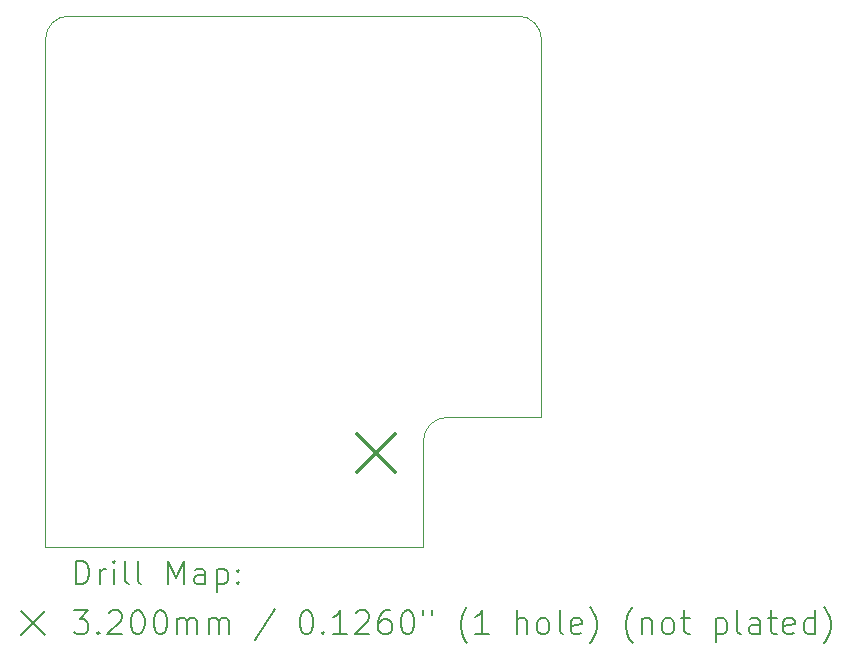
<source format=gbr>
%TF.GenerationSoftware,KiCad,Pcbnew,7.0.7-7.0.7~ubuntu22.04.1*%
%TF.CreationDate,2023-09-11T18:29:08+01:00*%
%TF.ProjectId,Blinder,426c696e-6465-4722-9e6b-696361645f70,rev?*%
%TF.SameCoordinates,Original*%
%TF.FileFunction,Drillmap*%
%TF.FilePolarity,Positive*%
%FSLAX45Y45*%
G04 Gerber Fmt 4.5, Leading zero omitted, Abs format (unit mm)*
G04 Created by KiCad (PCBNEW 7.0.7-7.0.7~ubuntu22.04.1) date 2023-09-11 18:29:08*
%MOMM*%
%LPD*%
G01*
G04 APERTURE LIST*
%ADD10C,0.050000*%
%ADD11C,0.200000*%
%ADD12C,0.320000*%
G04 APERTURE END LIST*
D10*
X6600000Y-5500000D02*
X6600000Y-6300000D01*
X6800000Y-5300000D02*
G75*
G03*
X6600000Y-5500000I0J-200000D01*
G01*
X7600000Y-2100000D02*
G75*
G03*
X7400000Y-1900000I-200000J0D01*
G01*
X7600000Y-2100000D02*
X7600000Y-5300000D01*
X6600000Y-6400000D02*
X6600000Y-6300000D01*
X3400000Y-6400000D02*
X6600000Y-6400000D01*
X3400000Y-6300000D02*
X3400000Y-6400000D01*
X3400000Y-6100000D02*
X3400000Y-6300000D01*
X3400000Y-2100000D02*
X3400000Y-6100000D01*
X3600000Y-1900000D02*
G75*
G03*
X3400000Y-2100000I0J-200000D01*
G01*
X7600000Y-5300000D02*
X6800000Y-5300000D01*
X3600000Y-1900000D02*
X7400000Y-1900000D01*
D11*
D12*
X6040000Y-5440000D02*
X6360000Y-5760000D01*
X6360000Y-5440000D02*
X6040000Y-5760000D01*
D11*
X3658277Y-6713984D02*
X3658277Y-6513984D01*
X3658277Y-6513984D02*
X3705896Y-6513984D01*
X3705896Y-6513984D02*
X3734467Y-6523508D01*
X3734467Y-6523508D02*
X3753515Y-6542555D01*
X3753515Y-6542555D02*
X3763039Y-6561603D01*
X3763039Y-6561603D02*
X3772562Y-6599698D01*
X3772562Y-6599698D02*
X3772562Y-6628269D01*
X3772562Y-6628269D02*
X3763039Y-6666365D01*
X3763039Y-6666365D02*
X3753515Y-6685412D01*
X3753515Y-6685412D02*
X3734467Y-6704460D01*
X3734467Y-6704460D02*
X3705896Y-6713984D01*
X3705896Y-6713984D02*
X3658277Y-6713984D01*
X3858277Y-6713984D02*
X3858277Y-6580650D01*
X3858277Y-6618746D02*
X3867801Y-6599698D01*
X3867801Y-6599698D02*
X3877324Y-6590174D01*
X3877324Y-6590174D02*
X3896372Y-6580650D01*
X3896372Y-6580650D02*
X3915420Y-6580650D01*
X3982086Y-6713984D02*
X3982086Y-6580650D01*
X3982086Y-6513984D02*
X3972562Y-6523508D01*
X3972562Y-6523508D02*
X3982086Y-6533031D01*
X3982086Y-6533031D02*
X3991610Y-6523508D01*
X3991610Y-6523508D02*
X3982086Y-6513984D01*
X3982086Y-6513984D02*
X3982086Y-6533031D01*
X4105896Y-6713984D02*
X4086848Y-6704460D01*
X4086848Y-6704460D02*
X4077324Y-6685412D01*
X4077324Y-6685412D02*
X4077324Y-6513984D01*
X4210658Y-6713984D02*
X4191610Y-6704460D01*
X4191610Y-6704460D02*
X4182086Y-6685412D01*
X4182086Y-6685412D02*
X4182086Y-6513984D01*
X4439229Y-6713984D02*
X4439229Y-6513984D01*
X4439229Y-6513984D02*
X4505896Y-6656841D01*
X4505896Y-6656841D02*
X4572563Y-6513984D01*
X4572563Y-6513984D02*
X4572563Y-6713984D01*
X4753515Y-6713984D02*
X4753515Y-6609222D01*
X4753515Y-6609222D02*
X4743991Y-6590174D01*
X4743991Y-6590174D02*
X4724944Y-6580650D01*
X4724944Y-6580650D02*
X4686848Y-6580650D01*
X4686848Y-6580650D02*
X4667801Y-6590174D01*
X4753515Y-6704460D02*
X4734467Y-6713984D01*
X4734467Y-6713984D02*
X4686848Y-6713984D01*
X4686848Y-6713984D02*
X4667801Y-6704460D01*
X4667801Y-6704460D02*
X4658277Y-6685412D01*
X4658277Y-6685412D02*
X4658277Y-6666365D01*
X4658277Y-6666365D02*
X4667801Y-6647317D01*
X4667801Y-6647317D02*
X4686848Y-6637793D01*
X4686848Y-6637793D02*
X4734467Y-6637793D01*
X4734467Y-6637793D02*
X4753515Y-6628269D01*
X4848753Y-6580650D02*
X4848753Y-6780650D01*
X4848753Y-6590174D02*
X4867801Y-6580650D01*
X4867801Y-6580650D02*
X4905896Y-6580650D01*
X4905896Y-6580650D02*
X4924944Y-6590174D01*
X4924944Y-6590174D02*
X4934467Y-6599698D01*
X4934467Y-6599698D02*
X4943991Y-6618746D01*
X4943991Y-6618746D02*
X4943991Y-6675888D01*
X4943991Y-6675888D02*
X4934467Y-6694936D01*
X4934467Y-6694936D02*
X4924944Y-6704460D01*
X4924944Y-6704460D02*
X4905896Y-6713984D01*
X4905896Y-6713984D02*
X4867801Y-6713984D01*
X4867801Y-6713984D02*
X4848753Y-6704460D01*
X5029705Y-6694936D02*
X5039229Y-6704460D01*
X5039229Y-6704460D02*
X5029705Y-6713984D01*
X5029705Y-6713984D02*
X5020182Y-6704460D01*
X5020182Y-6704460D02*
X5029705Y-6694936D01*
X5029705Y-6694936D02*
X5029705Y-6713984D01*
X5029705Y-6590174D02*
X5039229Y-6599698D01*
X5039229Y-6599698D02*
X5029705Y-6609222D01*
X5029705Y-6609222D02*
X5020182Y-6599698D01*
X5020182Y-6599698D02*
X5029705Y-6590174D01*
X5029705Y-6590174D02*
X5029705Y-6609222D01*
X3197500Y-6942500D02*
X3397500Y-7142500D01*
X3397500Y-6942500D02*
X3197500Y-7142500D01*
X3639229Y-6933984D02*
X3763039Y-6933984D01*
X3763039Y-6933984D02*
X3696372Y-7010174D01*
X3696372Y-7010174D02*
X3724943Y-7010174D01*
X3724943Y-7010174D02*
X3743991Y-7019698D01*
X3743991Y-7019698D02*
X3753515Y-7029222D01*
X3753515Y-7029222D02*
X3763039Y-7048269D01*
X3763039Y-7048269D02*
X3763039Y-7095888D01*
X3763039Y-7095888D02*
X3753515Y-7114936D01*
X3753515Y-7114936D02*
X3743991Y-7124460D01*
X3743991Y-7124460D02*
X3724943Y-7133984D01*
X3724943Y-7133984D02*
X3667801Y-7133984D01*
X3667801Y-7133984D02*
X3648753Y-7124460D01*
X3648753Y-7124460D02*
X3639229Y-7114936D01*
X3848753Y-7114936D02*
X3858277Y-7124460D01*
X3858277Y-7124460D02*
X3848753Y-7133984D01*
X3848753Y-7133984D02*
X3839229Y-7124460D01*
X3839229Y-7124460D02*
X3848753Y-7114936D01*
X3848753Y-7114936D02*
X3848753Y-7133984D01*
X3934467Y-6953031D02*
X3943991Y-6943508D01*
X3943991Y-6943508D02*
X3963039Y-6933984D01*
X3963039Y-6933984D02*
X4010658Y-6933984D01*
X4010658Y-6933984D02*
X4029705Y-6943508D01*
X4029705Y-6943508D02*
X4039229Y-6953031D01*
X4039229Y-6953031D02*
X4048753Y-6972079D01*
X4048753Y-6972079D02*
X4048753Y-6991127D01*
X4048753Y-6991127D02*
X4039229Y-7019698D01*
X4039229Y-7019698D02*
X3924943Y-7133984D01*
X3924943Y-7133984D02*
X4048753Y-7133984D01*
X4172562Y-6933984D02*
X4191610Y-6933984D01*
X4191610Y-6933984D02*
X4210658Y-6943508D01*
X4210658Y-6943508D02*
X4220182Y-6953031D01*
X4220182Y-6953031D02*
X4229705Y-6972079D01*
X4229705Y-6972079D02*
X4239229Y-7010174D01*
X4239229Y-7010174D02*
X4239229Y-7057793D01*
X4239229Y-7057793D02*
X4229705Y-7095888D01*
X4229705Y-7095888D02*
X4220182Y-7114936D01*
X4220182Y-7114936D02*
X4210658Y-7124460D01*
X4210658Y-7124460D02*
X4191610Y-7133984D01*
X4191610Y-7133984D02*
X4172562Y-7133984D01*
X4172562Y-7133984D02*
X4153515Y-7124460D01*
X4153515Y-7124460D02*
X4143991Y-7114936D01*
X4143991Y-7114936D02*
X4134467Y-7095888D01*
X4134467Y-7095888D02*
X4124943Y-7057793D01*
X4124943Y-7057793D02*
X4124943Y-7010174D01*
X4124943Y-7010174D02*
X4134467Y-6972079D01*
X4134467Y-6972079D02*
X4143991Y-6953031D01*
X4143991Y-6953031D02*
X4153515Y-6943508D01*
X4153515Y-6943508D02*
X4172562Y-6933984D01*
X4363039Y-6933984D02*
X4382086Y-6933984D01*
X4382086Y-6933984D02*
X4401134Y-6943508D01*
X4401134Y-6943508D02*
X4410658Y-6953031D01*
X4410658Y-6953031D02*
X4420182Y-6972079D01*
X4420182Y-6972079D02*
X4429705Y-7010174D01*
X4429705Y-7010174D02*
X4429705Y-7057793D01*
X4429705Y-7057793D02*
X4420182Y-7095888D01*
X4420182Y-7095888D02*
X4410658Y-7114936D01*
X4410658Y-7114936D02*
X4401134Y-7124460D01*
X4401134Y-7124460D02*
X4382086Y-7133984D01*
X4382086Y-7133984D02*
X4363039Y-7133984D01*
X4363039Y-7133984D02*
X4343991Y-7124460D01*
X4343991Y-7124460D02*
X4334467Y-7114936D01*
X4334467Y-7114936D02*
X4324944Y-7095888D01*
X4324944Y-7095888D02*
X4315420Y-7057793D01*
X4315420Y-7057793D02*
X4315420Y-7010174D01*
X4315420Y-7010174D02*
X4324944Y-6972079D01*
X4324944Y-6972079D02*
X4334467Y-6953031D01*
X4334467Y-6953031D02*
X4343991Y-6943508D01*
X4343991Y-6943508D02*
X4363039Y-6933984D01*
X4515420Y-7133984D02*
X4515420Y-7000650D01*
X4515420Y-7019698D02*
X4524944Y-7010174D01*
X4524944Y-7010174D02*
X4543991Y-7000650D01*
X4543991Y-7000650D02*
X4572563Y-7000650D01*
X4572563Y-7000650D02*
X4591610Y-7010174D01*
X4591610Y-7010174D02*
X4601134Y-7029222D01*
X4601134Y-7029222D02*
X4601134Y-7133984D01*
X4601134Y-7029222D02*
X4610658Y-7010174D01*
X4610658Y-7010174D02*
X4629705Y-7000650D01*
X4629705Y-7000650D02*
X4658277Y-7000650D01*
X4658277Y-7000650D02*
X4677325Y-7010174D01*
X4677325Y-7010174D02*
X4686848Y-7029222D01*
X4686848Y-7029222D02*
X4686848Y-7133984D01*
X4782086Y-7133984D02*
X4782086Y-7000650D01*
X4782086Y-7019698D02*
X4791610Y-7010174D01*
X4791610Y-7010174D02*
X4810658Y-7000650D01*
X4810658Y-7000650D02*
X4839229Y-7000650D01*
X4839229Y-7000650D02*
X4858277Y-7010174D01*
X4858277Y-7010174D02*
X4867801Y-7029222D01*
X4867801Y-7029222D02*
X4867801Y-7133984D01*
X4867801Y-7029222D02*
X4877325Y-7010174D01*
X4877325Y-7010174D02*
X4896372Y-7000650D01*
X4896372Y-7000650D02*
X4924944Y-7000650D01*
X4924944Y-7000650D02*
X4943991Y-7010174D01*
X4943991Y-7010174D02*
X4953515Y-7029222D01*
X4953515Y-7029222D02*
X4953515Y-7133984D01*
X5343991Y-6924460D02*
X5172563Y-7181603D01*
X5601134Y-6933984D02*
X5620182Y-6933984D01*
X5620182Y-6933984D02*
X5639229Y-6943508D01*
X5639229Y-6943508D02*
X5648753Y-6953031D01*
X5648753Y-6953031D02*
X5658277Y-6972079D01*
X5658277Y-6972079D02*
X5667801Y-7010174D01*
X5667801Y-7010174D02*
X5667801Y-7057793D01*
X5667801Y-7057793D02*
X5658277Y-7095888D01*
X5658277Y-7095888D02*
X5648753Y-7114936D01*
X5648753Y-7114936D02*
X5639229Y-7124460D01*
X5639229Y-7124460D02*
X5620182Y-7133984D01*
X5620182Y-7133984D02*
X5601134Y-7133984D01*
X5601134Y-7133984D02*
X5582087Y-7124460D01*
X5582087Y-7124460D02*
X5572563Y-7114936D01*
X5572563Y-7114936D02*
X5563039Y-7095888D01*
X5563039Y-7095888D02*
X5553515Y-7057793D01*
X5553515Y-7057793D02*
X5553515Y-7010174D01*
X5553515Y-7010174D02*
X5563039Y-6972079D01*
X5563039Y-6972079D02*
X5572563Y-6953031D01*
X5572563Y-6953031D02*
X5582087Y-6943508D01*
X5582087Y-6943508D02*
X5601134Y-6933984D01*
X5753515Y-7114936D02*
X5763039Y-7124460D01*
X5763039Y-7124460D02*
X5753515Y-7133984D01*
X5753515Y-7133984D02*
X5743991Y-7124460D01*
X5743991Y-7124460D02*
X5753515Y-7114936D01*
X5753515Y-7114936D02*
X5753515Y-7133984D01*
X5953515Y-7133984D02*
X5839229Y-7133984D01*
X5896372Y-7133984D02*
X5896372Y-6933984D01*
X5896372Y-6933984D02*
X5877325Y-6962555D01*
X5877325Y-6962555D02*
X5858277Y-6981603D01*
X5858277Y-6981603D02*
X5839229Y-6991127D01*
X6029706Y-6953031D02*
X6039229Y-6943508D01*
X6039229Y-6943508D02*
X6058277Y-6933984D01*
X6058277Y-6933984D02*
X6105896Y-6933984D01*
X6105896Y-6933984D02*
X6124944Y-6943508D01*
X6124944Y-6943508D02*
X6134467Y-6953031D01*
X6134467Y-6953031D02*
X6143991Y-6972079D01*
X6143991Y-6972079D02*
X6143991Y-6991127D01*
X6143991Y-6991127D02*
X6134467Y-7019698D01*
X6134467Y-7019698D02*
X6020182Y-7133984D01*
X6020182Y-7133984D02*
X6143991Y-7133984D01*
X6315420Y-6933984D02*
X6277325Y-6933984D01*
X6277325Y-6933984D02*
X6258277Y-6943508D01*
X6258277Y-6943508D02*
X6248753Y-6953031D01*
X6248753Y-6953031D02*
X6229706Y-6981603D01*
X6229706Y-6981603D02*
X6220182Y-7019698D01*
X6220182Y-7019698D02*
X6220182Y-7095888D01*
X6220182Y-7095888D02*
X6229706Y-7114936D01*
X6229706Y-7114936D02*
X6239229Y-7124460D01*
X6239229Y-7124460D02*
X6258277Y-7133984D01*
X6258277Y-7133984D02*
X6296372Y-7133984D01*
X6296372Y-7133984D02*
X6315420Y-7124460D01*
X6315420Y-7124460D02*
X6324944Y-7114936D01*
X6324944Y-7114936D02*
X6334467Y-7095888D01*
X6334467Y-7095888D02*
X6334467Y-7048269D01*
X6334467Y-7048269D02*
X6324944Y-7029222D01*
X6324944Y-7029222D02*
X6315420Y-7019698D01*
X6315420Y-7019698D02*
X6296372Y-7010174D01*
X6296372Y-7010174D02*
X6258277Y-7010174D01*
X6258277Y-7010174D02*
X6239229Y-7019698D01*
X6239229Y-7019698D02*
X6229706Y-7029222D01*
X6229706Y-7029222D02*
X6220182Y-7048269D01*
X6458277Y-6933984D02*
X6477325Y-6933984D01*
X6477325Y-6933984D02*
X6496372Y-6943508D01*
X6496372Y-6943508D02*
X6505896Y-6953031D01*
X6505896Y-6953031D02*
X6515420Y-6972079D01*
X6515420Y-6972079D02*
X6524944Y-7010174D01*
X6524944Y-7010174D02*
X6524944Y-7057793D01*
X6524944Y-7057793D02*
X6515420Y-7095888D01*
X6515420Y-7095888D02*
X6505896Y-7114936D01*
X6505896Y-7114936D02*
X6496372Y-7124460D01*
X6496372Y-7124460D02*
X6477325Y-7133984D01*
X6477325Y-7133984D02*
X6458277Y-7133984D01*
X6458277Y-7133984D02*
X6439229Y-7124460D01*
X6439229Y-7124460D02*
X6429706Y-7114936D01*
X6429706Y-7114936D02*
X6420182Y-7095888D01*
X6420182Y-7095888D02*
X6410658Y-7057793D01*
X6410658Y-7057793D02*
X6410658Y-7010174D01*
X6410658Y-7010174D02*
X6420182Y-6972079D01*
X6420182Y-6972079D02*
X6429706Y-6953031D01*
X6429706Y-6953031D02*
X6439229Y-6943508D01*
X6439229Y-6943508D02*
X6458277Y-6933984D01*
X6601134Y-6933984D02*
X6601134Y-6972079D01*
X6677325Y-6933984D02*
X6677325Y-6972079D01*
X6972563Y-7210174D02*
X6963039Y-7200650D01*
X6963039Y-7200650D02*
X6943991Y-7172079D01*
X6943991Y-7172079D02*
X6934468Y-7153031D01*
X6934468Y-7153031D02*
X6924944Y-7124460D01*
X6924944Y-7124460D02*
X6915420Y-7076841D01*
X6915420Y-7076841D02*
X6915420Y-7038746D01*
X6915420Y-7038746D02*
X6924944Y-6991127D01*
X6924944Y-6991127D02*
X6934468Y-6962555D01*
X6934468Y-6962555D02*
X6943991Y-6943508D01*
X6943991Y-6943508D02*
X6963039Y-6914936D01*
X6963039Y-6914936D02*
X6972563Y-6905412D01*
X7153515Y-7133984D02*
X7039229Y-7133984D01*
X7096372Y-7133984D02*
X7096372Y-6933984D01*
X7096372Y-6933984D02*
X7077325Y-6962555D01*
X7077325Y-6962555D02*
X7058277Y-6981603D01*
X7058277Y-6981603D02*
X7039229Y-6991127D01*
X7391610Y-7133984D02*
X7391610Y-6933984D01*
X7477325Y-7133984D02*
X7477325Y-7029222D01*
X7477325Y-7029222D02*
X7467801Y-7010174D01*
X7467801Y-7010174D02*
X7448753Y-7000650D01*
X7448753Y-7000650D02*
X7420182Y-7000650D01*
X7420182Y-7000650D02*
X7401134Y-7010174D01*
X7401134Y-7010174D02*
X7391610Y-7019698D01*
X7601134Y-7133984D02*
X7582087Y-7124460D01*
X7582087Y-7124460D02*
X7572563Y-7114936D01*
X7572563Y-7114936D02*
X7563039Y-7095888D01*
X7563039Y-7095888D02*
X7563039Y-7038746D01*
X7563039Y-7038746D02*
X7572563Y-7019698D01*
X7572563Y-7019698D02*
X7582087Y-7010174D01*
X7582087Y-7010174D02*
X7601134Y-7000650D01*
X7601134Y-7000650D02*
X7629706Y-7000650D01*
X7629706Y-7000650D02*
X7648753Y-7010174D01*
X7648753Y-7010174D02*
X7658277Y-7019698D01*
X7658277Y-7019698D02*
X7667801Y-7038746D01*
X7667801Y-7038746D02*
X7667801Y-7095888D01*
X7667801Y-7095888D02*
X7658277Y-7114936D01*
X7658277Y-7114936D02*
X7648753Y-7124460D01*
X7648753Y-7124460D02*
X7629706Y-7133984D01*
X7629706Y-7133984D02*
X7601134Y-7133984D01*
X7782087Y-7133984D02*
X7763039Y-7124460D01*
X7763039Y-7124460D02*
X7753515Y-7105412D01*
X7753515Y-7105412D02*
X7753515Y-6933984D01*
X7934468Y-7124460D02*
X7915420Y-7133984D01*
X7915420Y-7133984D02*
X7877325Y-7133984D01*
X7877325Y-7133984D02*
X7858277Y-7124460D01*
X7858277Y-7124460D02*
X7848753Y-7105412D01*
X7848753Y-7105412D02*
X7848753Y-7029222D01*
X7848753Y-7029222D02*
X7858277Y-7010174D01*
X7858277Y-7010174D02*
X7877325Y-7000650D01*
X7877325Y-7000650D02*
X7915420Y-7000650D01*
X7915420Y-7000650D02*
X7934468Y-7010174D01*
X7934468Y-7010174D02*
X7943991Y-7029222D01*
X7943991Y-7029222D02*
X7943991Y-7048269D01*
X7943991Y-7048269D02*
X7848753Y-7067317D01*
X8010658Y-7210174D02*
X8020182Y-7200650D01*
X8020182Y-7200650D02*
X8039230Y-7172079D01*
X8039230Y-7172079D02*
X8048753Y-7153031D01*
X8048753Y-7153031D02*
X8058277Y-7124460D01*
X8058277Y-7124460D02*
X8067801Y-7076841D01*
X8067801Y-7076841D02*
X8067801Y-7038746D01*
X8067801Y-7038746D02*
X8058277Y-6991127D01*
X8058277Y-6991127D02*
X8048753Y-6962555D01*
X8048753Y-6962555D02*
X8039230Y-6943508D01*
X8039230Y-6943508D02*
X8020182Y-6914936D01*
X8020182Y-6914936D02*
X8010658Y-6905412D01*
X8372563Y-7210174D02*
X8363039Y-7200650D01*
X8363039Y-7200650D02*
X8343991Y-7172079D01*
X8343991Y-7172079D02*
X8334468Y-7153031D01*
X8334468Y-7153031D02*
X8324944Y-7124460D01*
X8324944Y-7124460D02*
X8315420Y-7076841D01*
X8315420Y-7076841D02*
X8315420Y-7038746D01*
X8315420Y-7038746D02*
X8324944Y-6991127D01*
X8324944Y-6991127D02*
X8334468Y-6962555D01*
X8334468Y-6962555D02*
X8343991Y-6943508D01*
X8343991Y-6943508D02*
X8363039Y-6914936D01*
X8363039Y-6914936D02*
X8372563Y-6905412D01*
X8448753Y-7000650D02*
X8448753Y-7133984D01*
X8448753Y-7019698D02*
X8458277Y-7010174D01*
X8458277Y-7010174D02*
X8477325Y-7000650D01*
X8477325Y-7000650D02*
X8505896Y-7000650D01*
X8505896Y-7000650D02*
X8524944Y-7010174D01*
X8524944Y-7010174D02*
X8534468Y-7029222D01*
X8534468Y-7029222D02*
X8534468Y-7133984D01*
X8658277Y-7133984D02*
X8639230Y-7124460D01*
X8639230Y-7124460D02*
X8629706Y-7114936D01*
X8629706Y-7114936D02*
X8620182Y-7095888D01*
X8620182Y-7095888D02*
X8620182Y-7038746D01*
X8620182Y-7038746D02*
X8629706Y-7019698D01*
X8629706Y-7019698D02*
X8639230Y-7010174D01*
X8639230Y-7010174D02*
X8658277Y-7000650D01*
X8658277Y-7000650D02*
X8686849Y-7000650D01*
X8686849Y-7000650D02*
X8705896Y-7010174D01*
X8705896Y-7010174D02*
X8715420Y-7019698D01*
X8715420Y-7019698D02*
X8724944Y-7038746D01*
X8724944Y-7038746D02*
X8724944Y-7095888D01*
X8724944Y-7095888D02*
X8715420Y-7114936D01*
X8715420Y-7114936D02*
X8705896Y-7124460D01*
X8705896Y-7124460D02*
X8686849Y-7133984D01*
X8686849Y-7133984D02*
X8658277Y-7133984D01*
X8782087Y-7000650D02*
X8858277Y-7000650D01*
X8810658Y-6933984D02*
X8810658Y-7105412D01*
X8810658Y-7105412D02*
X8820182Y-7124460D01*
X8820182Y-7124460D02*
X8839230Y-7133984D01*
X8839230Y-7133984D02*
X8858277Y-7133984D01*
X9077325Y-7000650D02*
X9077325Y-7200650D01*
X9077325Y-7010174D02*
X9096373Y-7000650D01*
X9096373Y-7000650D02*
X9134468Y-7000650D01*
X9134468Y-7000650D02*
X9153515Y-7010174D01*
X9153515Y-7010174D02*
X9163039Y-7019698D01*
X9163039Y-7019698D02*
X9172563Y-7038746D01*
X9172563Y-7038746D02*
X9172563Y-7095888D01*
X9172563Y-7095888D02*
X9163039Y-7114936D01*
X9163039Y-7114936D02*
X9153515Y-7124460D01*
X9153515Y-7124460D02*
X9134468Y-7133984D01*
X9134468Y-7133984D02*
X9096373Y-7133984D01*
X9096373Y-7133984D02*
X9077325Y-7124460D01*
X9286849Y-7133984D02*
X9267801Y-7124460D01*
X9267801Y-7124460D02*
X9258277Y-7105412D01*
X9258277Y-7105412D02*
X9258277Y-6933984D01*
X9448754Y-7133984D02*
X9448754Y-7029222D01*
X9448754Y-7029222D02*
X9439230Y-7010174D01*
X9439230Y-7010174D02*
X9420182Y-7000650D01*
X9420182Y-7000650D02*
X9382087Y-7000650D01*
X9382087Y-7000650D02*
X9363039Y-7010174D01*
X9448754Y-7124460D02*
X9429706Y-7133984D01*
X9429706Y-7133984D02*
X9382087Y-7133984D01*
X9382087Y-7133984D02*
X9363039Y-7124460D01*
X9363039Y-7124460D02*
X9353515Y-7105412D01*
X9353515Y-7105412D02*
X9353515Y-7086365D01*
X9353515Y-7086365D02*
X9363039Y-7067317D01*
X9363039Y-7067317D02*
X9382087Y-7057793D01*
X9382087Y-7057793D02*
X9429706Y-7057793D01*
X9429706Y-7057793D02*
X9448754Y-7048269D01*
X9515420Y-7000650D02*
X9591611Y-7000650D01*
X9543992Y-6933984D02*
X9543992Y-7105412D01*
X9543992Y-7105412D02*
X9553515Y-7124460D01*
X9553515Y-7124460D02*
X9572563Y-7133984D01*
X9572563Y-7133984D02*
X9591611Y-7133984D01*
X9734468Y-7124460D02*
X9715420Y-7133984D01*
X9715420Y-7133984D02*
X9677325Y-7133984D01*
X9677325Y-7133984D02*
X9658277Y-7124460D01*
X9658277Y-7124460D02*
X9648754Y-7105412D01*
X9648754Y-7105412D02*
X9648754Y-7029222D01*
X9648754Y-7029222D02*
X9658277Y-7010174D01*
X9658277Y-7010174D02*
X9677325Y-7000650D01*
X9677325Y-7000650D02*
X9715420Y-7000650D01*
X9715420Y-7000650D02*
X9734468Y-7010174D01*
X9734468Y-7010174D02*
X9743992Y-7029222D01*
X9743992Y-7029222D02*
X9743992Y-7048269D01*
X9743992Y-7048269D02*
X9648754Y-7067317D01*
X9915420Y-7133984D02*
X9915420Y-6933984D01*
X9915420Y-7124460D02*
X9896373Y-7133984D01*
X9896373Y-7133984D02*
X9858277Y-7133984D01*
X9858277Y-7133984D02*
X9839230Y-7124460D01*
X9839230Y-7124460D02*
X9829706Y-7114936D01*
X9829706Y-7114936D02*
X9820182Y-7095888D01*
X9820182Y-7095888D02*
X9820182Y-7038746D01*
X9820182Y-7038746D02*
X9829706Y-7019698D01*
X9829706Y-7019698D02*
X9839230Y-7010174D01*
X9839230Y-7010174D02*
X9858277Y-7000650D01*
X9858277Y-7000650D02*
X9896373Y-7000650D01*
X9896373Y-7000650D02*
X9915420Y-7010174D01*
X9991611Y-7210174D02*
X10001135Y-7200650D01*
X10001135Y-7200650D02*
X10020182Y-7172079D01*
X10020182Y-7172079D02*
X10029706Y-7153031D01*
X10029706Y-7153031D02*
X10039230Y-7124460D01*
X10039230Y-7124460D02*
X10048754Y-7076841D01*
X10048754Y-7076841D02*
X10048754Y-7038746D01*
X10048754Y-7038746D02*
X10039230Y-6991127D01*
X10039230Y-6991127D02*
X10029706Y-6962555D01*
X10029706Y-6962555D02*
X10020182Y-6943508D01*
X10020182Y-6943508D02*
X10001135Y-6914936D01*
X10001135Y-6914936D02*
X9991611Y-6905412D01*
M02*

</source>
